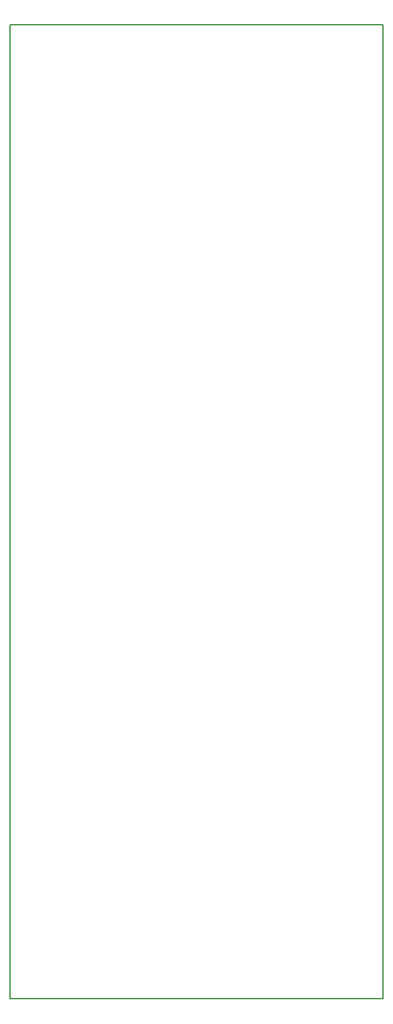
<source format=gm1>
G04 MADE WITH FRITZING*
G04 WWW.FRITZING.ORG*
G04 DOUBLE SIDED*
G04 HOLES PLATED*
G04 CONTOUR ON CENTER OF CONTOUR VECTOR*
%ASAXBY*%
%FSLAX23Y23*%
%MOIN*%
%OFA0B0*%
%SFA1.0B1.0*%
%ADD10R,1.870470X4.868310*%
%ADD11C,0.008000*%
%ADD10C,0.008*%
%LNCONTOUR*%
G90*
G70*
G54D10*
G54D11*
X4Y4864D02*
X1866Y4864D01*
X1866Y4D01*
X4Y4D01*
X4Y4864D01*
D02*
G04 End of contour*
M02*
</source>
